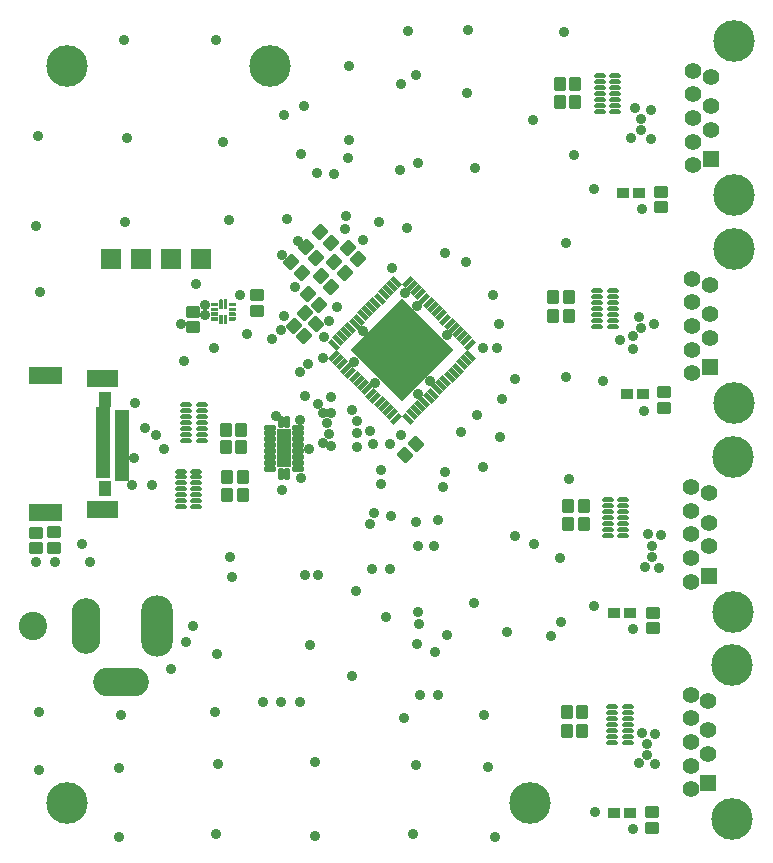
<source format=gts>
G04*
G04 #@! TF.GenerationSoftware,Altium Limited,Altium Designer,24.0.1 (36)*
G04*
G04 Layer_Color=8388736*
%FSLAX44Y44*%
%MOMM*%
G71*
G04*
G04 #@! TF.SameCoordinates,3B49473D-73B2-42EE-9F38-8EB038721B03*
G04*
G04*
G04 #@! TF.FilePolarity,Negative*
G04*
G01*
G75*
%ADD28R,1.1061X0.9582*%
%ADD30P,8.7727X4X180.0*%
G04:AMPARAMS|DCode=31|XSize=1.0632mm|YSize=0.4632mm|CornerRadius=0.1341mm|HoleSize=0mm|Usage=FLASHONLY|Rotation=135.000|XOffset=0mm|YOffset=0mm|HoleType=Round|Shape=RoundedRectangle|*
%AMROUNDEDRECTD31*
21,1,1.0632,0.1950,0,0,135.0*
21,1,0.7950,0.4632,0,0,135.0*
1,1,0.2682,-0.2121,0.3500*
1,1,0.2682,0.3500,-0.2121*
1,1,0.2682,0.2121,-0.3500*
1,1,0.2682,-0.3500,0.2121*
%
%ADD31ROUNDEDRECTD31*%
G04:AMPARAMS|DCode=32|XSize=0.4632mm|YSize=1.0632mm|CornerRadius=0.1341mm|HoleSize=0mm|Usage=FLASHONLY|Rotation=135.000|XOffset=0mm|YOffset=0mm|HoleType=Round|Shape=RoundedRectangle|*
%AMROUNDEDRECTD32*
21,1,0.4632,0.7950,0,0,135.0*
21,1,0.1950,1.0632,0,0,135.0*
1,1,0.2682,0.2121,0.3500*
1,1,0.2682,0.3500,0.2121*
1,1,0.2682,-0.2121,-0.3500*
1,1,0.2682,-0.3500,-0.2121*
%
%ADD32ROUNDEDRECTD32*%
%ADD33R,1.1532X0.4732*%
G04:AMPARAMS|DCode=34|XSize=1.2032mm|YSize=1.0232mm|CornerRadius=0.1426mm|HoleSize=0mm|Usage=FLASHONLY|Rotation=180.000|XOffset=0mm|YOffset=0mm|HoleType=Round|Shape=RoundedRectangle|*
%AMROUNDEDRECTD34*
21,1,1.2032,0.7380,0,0,180.0*
21,1,0.9180,1.0232,0,0,180.0*
1,1,0.2852,-0.4590,0.3690*
1,1,0.2852,0.4590,0.3690*
1,1,0.2852,0.4590,-0.3690*
1,1,0.2852,-0.4590,-0.3690*
%
%ADD34ROUNDEDRECTD34*%
G04:AMPARAMS|DCode=35|XSize=1.1532mm|YSize=1.0032mm|CornerRadius=0.1416mm|HoleSize=0mm|Usage=FLASHONLY|Rotation=45.000|XOffset=0mm|YOffset=0mm|HoleType=Round|Shape=RoundedRectangle|*
%AMROUNDEDRECTD35*
21,1,1.1532,0.7200,0,0,45.0*
21,1,0.8700,1.0032,0,0,45.0*
1,1,0.2832,0.5622,0.0530*
1,1,0.2832,-0.0530,-0.5622*
1,1,0.2832,-0.5622,-0.0530*
1,1,0.2832,0.0530,0.5622*
%
%ADD35ROUNDEDRECTD35*%
G04:AMPARAMS|DCode=36|XSize=0.9432mm|YSize=0.4232mm|CornerRadius=0.1082mm|HoleSize=0mm|Usage=FLASHONLY|Rotation=180.000|XOffset=0mm|YOffset=0mm|HoleType=Round|Shape=RoundedRectangle|*
%AMROUNDEDRECTD36*
21,1,0.9432,0.2068,0,0,180.0*
21,1,0.7268,0.4232,0,0,180.0*
1,1,0.2164,-0.3634,0.1034*
1,1,0.2164,0.3634,0.1034*
1,1,0.2164,0.3634,-0.1034*
1,1,0.2164,-0.3634,-0.1034*
%
%ADD36ROUNDEDRECTD36*%
G04:AMPARAMS|DCode=37|XSize=1.1532mm|YSize=1.0032mm|CornerRadius=0.1416mm|HoleSize=0mm|Usage=FLASHONLY|Rotation=135.000|XOffset=0mm|YOffset=0mm|HoleType=Round|Shape=RoundedRectangle|*
%AMROUNDEDRECTD37*
21,1,1.1532,0.7200,0,0,135.0*
21,1,0.8700,1.0032,0,0,135.0*
1,1,0.2832,-0.0530,0.5622*
1,1,0.2832,0.5622,-0.0530*
1,1,0.2832,0.0530,-0.5622*
1,1,0.2832,-0.5622,0.0530*
%
%ADD37ROUNDEDRECTD37*%
G04:AMPARAMS|DCode=38|XSize=1.0632mm|YSize=0.4732mm|CornerRadius=0.1691mm|HoleSize=0mm|Usage=FLASHONLY|Rotation=270.000|XOffset=0mm|YOffset=0mm|HoleType=Round|Shape=RoundedRectangle|*
%AMROUNDEDRECTD38*
21,1,1.0632,0.1350,0,0,270.0*
21,1,0.7250,0.4732,0,0,270.0*
1,1,0.3382,-0.0675,-0.3625*
1,1,0.3382,-0.0675,0.3625*
1,1,0.3382,0.0675,0.3625*
1,1,0.3382,0.0675,-0.3625*
%
%ADD38ROUNDEDRECTD38*%
G04:AMPARAMS|DCode=39|XSize=1.0632mm|YSize=0.4732mm|CornerRadius=0.1691mm|HoleSize=0mm|Usage=FLASHONLY|Rotation=0.000|XOffset=0mm|YOffset=0mm|HoleType=Round|Shape=RoundedRectangle|*
%AMROUNDEDRECTD39*
21,1,1.0632,0.1350,0,0,0.0*
21,1,0.7250,0.4732,0,0,0.0*
1,1,0.3382,0.3625,-0.0675*
1,1,0.3382,-0.3625,-0.0675*
1,1,0.3382,-0.3625,0.0675*
1,1,0.3382,0.3625,0.0675*
%
%ADD39ROUNDEDRECTD39*%
%ADD40R,1.2032X3.2032*%
G04:AMPARAMS|DCode=41|XSize=1.1532mm|YSize=1.0032mm|CornerRadius=0.1416mm|HoleSize=0mm|Usage=FLASHONLY|Rotation=180.000|XOffset=0mm|YOffset=0mm|HoleType=Round|Shape=RoundedRectangle|*
%AMROUNDEDRECTD41*
21,1,1.1532,0.7200,0,0,180.0*
21,1,0.8700,1.0032,0,0,180.0*
1,1,0.2832,-0.4350,0.3600*
1,1,0.2832,0.4350,0.3600*
1,1,0.2832,0.4350,-0.3600*
1,1,0.2832,-0.4350,-0.3600*
%
%ADD41ROUNDEDRECTD41*%
G04:AMPARAMS|DCode=42|XSize=1.2032mm|YSize=1.0232mm|CornerRadius=0.1426mm|HoleSize=0mm|Usage=FLASHONLY|Rotation=90.000|XOffset=0mm|YOffset=0mm|HoleType=Round|Shape=RoundedRectangle|*
%AMROUNDEDRECTD42*
21,1,1.2032,0.7380,0,0,90.0*
21,1,0.9180,1.0232,0,0,90.0*
1,1,0.2852,0.3690,0.4590*
1,1,0.2852,0.3690,-0.4590*
1,1,0.2852,-0.3690,-0.4590*
1,1,0.2852,-0.3690,0.4590*
%
%ADD42ROUNDEDRECTD42*%
%ADD43R,1.7032X1.7032*%
%ADD44C,3.5192*%
%ADD45C,0.7532*%
%ADD46C,0.9032*%
%ADD47R,1.4112X1.4112*%
%ADD48C,1.4112*%
%ADD49C,2.4032*%
%ADD50O,4.7032X2.4532*%
%ADD51O,2.4532X4.7032*%
%ADD52O,2.7032X5.2032*%
G36*
X442280Y969440D02*
X442300D01*
X442330Y969430D01*
X442350D01*
X442380Y969420D01*
X442400Y969410D01*
X442430Y969400D01*
X442450Y969380D01*
X442470Y969370D01*
X442490Y969350D01*
X442510Y969340D01*
X442530Y969320D01*
X442550Y969300D01*
X442570Y969280D01*
X442590Y969260D01*
X442600Y969240D01*
X442620Y969220D01*
X442630Y969200D01*
X442650Y969180D01*
X442660Y969150D01*
X442670Y969130D01*
X442680Y969100D01*
Y969080D01*
X442690Y969050D01*
Y969030D01*
X442700Y969000D01*
Y967000D01*
X442690Y966970D01*
Y966950D01*
X442680Y966920D01*
Y966900D01*
X442670Y966870D01*
X442660Y966850D01*
X442650Y966820D01*
X442630Y966800D01*
X442620Y966780D01*
X442600Y966760D01*
X442590Y966740D01*
X442570Y966720D01*
X442550Y966700D01*
X442530Y966680D01*
X442510Y966660D01*
X442490Y966650D01*
X442470Y966630D01*
X442450Y966620D01*
X442430Y966600D01*
X442400Y966590D01*
X442380Y966580D01*
X442350Y966570D01*
X442330D01*
X442300Y966560D01*
X442280D01*
X442250Y966550D01*
X437250D01*
X437220Y966560D01*
X437200D01*
X437170Y966570D01*
X437150D01*
X437120Y966580D01*
X437100Y966590D01*
X437070Y966600D01*
X437050Y966620D01*
X437030Y966630D01*
X437010Y966650D01*
X436990Y966660D01*
X436970Y966680D01*
X436950Y966700D01*
X436930Y966720D01*
X436910Y966740D01*
X436900Y966760D01*
X436880Y966780D01*
X436870Y966800D01*
X436850Y966820D01*
X436840Y966850D01*
X436830Y966870D01*
X436820Y966900D01*
Y966920D01*
X436810Y966950D01*
Y966970D01*
X436800Y967000D01*
Y969000D01*
X436810Y969030D01*
Y969050D01*
X436820Y969080D01*
Y969100D01*
X436830Y969130D01*
X436840Y969150D01*
X436850Y969180D01*
X436870Y969200D01*
X436880Y969220D01*
X436900Y969240D01*
X436910Y969260D01*
X436930Y969280D01*
X436950Y969300D01*
X436970Y969320D01*
X436990Y969340D01*
X437010Y969350D01*
X437030Y969370D01*
X437050Y969380D01*
X437070Y969400D01*
X437100Y969410D01*
X437120Y969420D01*
X437150Y969430D01*
X437170D01*
X437200Y969440D01*
X437220D01*
X437250Y969450D01*
X442250D01*
X442280Y969440D01*
D02*
G37*
G36*
X427280D02*
X427300D01*
X427330Y969430D01*
X427350D01*
X427380Y969420D01*
X427400Y969410D01*
X427430Y969400D01*
X427450Y969380D01*
X427470Y969370D01*
X427490Y969350D01*
X427510Y969340D01*
X427530Y969320D01*
X427550Y969300D01*
X427570Y969280D01*
X427590Y969260D01*
X427600Y969240D01*
X427620Y969220D01*
X427630Y969200D01*
X427650Y969180D01*
X427660Y969150D01*
X427670Y969130D01*
X427680Y969100D01*
Y969080D01*
X427690Y969050D01*
Y969030D01*
X427700Y969000D01*
Y967000D01*
X427690Y966970D01*
Y966950D01*
X427680Y966920D01*
Y966900D01*
X427670Y966870D01*
X427660Y966850D01*
X427650Y966820D01*
X427630Y966800D01*
X427620Y966780D01*
X427600Y966760D01*
X427590Y966740D01*
X427570Y966720D01*
X427550Y966700D01*
X427530Y966680D01*
X427510Y966660D01*
X427490Y966650D01*
X427470Y966630D01*
X427450Y966620D01*
X427430Y966600D01*
X427400Y966590D01*
X427380Y966580D01*
X427350Y966570D01*
X427330D01*
X427300Y966560D01*
X427280D01*
X427250Y966550D01*
X422250D01*
X422220Y966560D01*
X422200D01*
X422170Y966570D01*
X422150D01*
X422120Y966580D01*
X422100Y966590D01*
X422070Y966600D01*
X422050Y966620D01*
X422030Y966630D01*
X422010Y966650D01*
X421990Y966660D01*
X421970Y966680D01*
X421950Y966700D01*
X421930Y966720D01*
X421910Y966740D01*
X421900Y966760D01*
X421880Y966780D01*
X421870Y966800D01*
X421850Y966820D01*
X421840Y966850D01*
X421830Y966870D01*
X421820Y966900D01*
Y966920D01*
X421810Y966950D01*
Y966970D01*
X421800Y967000D01*
Y969000D01*
X421810Y969030D01*
Y969050D01*
X421820Y969080D01*
Y969100D01*
X421830Y969130D01*
X421840Y969150D01*
X421850Y969180D01*
X421870Y969200D01*
X421880Y969220D01*
X421900Y969240D01*
X421910Y969260D01*
X421930Y969280D01*
X421950Y969300D01*
X421970Y969320D01*
X421990Y969340D01*
X422010Y969350D01*
X422030Y969370D01*
X422050Y969380D01*
X422070Y969400D01*
X422100Y969410D01*
X422120Y969420D01*
X422150Y969430D01*
X422170D01*
X422200Y969440D01*
X422220D01*
X422250Y969450D01*
X427250D01*
X427280Y969440D01*
D02*
G37*
G36*
X435280Y972440D02*
X435300D01*
X435330Y972430D01*
X435350D01*
X435380Y972420D01*
X435400Y972410D01*
X435430Y972400D01*
X435450Y972380D01*
X435470Y972370D01*
X435490Y972350D01*
X435510Y972340D01*
X435530Y972320D01*
X435550Y972300D01*
X435570Y972280D01*
X435590Y972260D01*
X435600Y972240D01*
X435620Y972220D01*
X435630Y972200D01*
X435650Y972180D01*
X435660Y972150D01*
X435670Y972130D01*
X435680Y972100D01*
Y972080D01*
X435690Y972050D01*
Y972030D01*
X435700Y972000D01*
Y965000D01*
X435690Y964970D01*
Y964950D01*
X435680Y964920D01*
Y964900D01*
X435670Y964870D01*
X435660Y964850D01*
X435650Y964820D01*
X435630Y964800D01*
X435620Y964780D01*
X435600Y964760D01*
X435590Y964740D01*
X435570Y964720D01*
X435550Y964700D01*
X435530Y964680D01*
X435510Y964660D01*
X435490Y964650D01*
X435470Y964630D01*
X435450Y964620D01*
X435430Y964600D01*
X435400Y964590D01*
X435380Y964580D01*
X435350Y964570D01*
X435330D01*
X435300Y964560D01*
X435280D01*
X435250Y964550D01*
X433250D01*
X433220Y964560D01*
X433200D01*
X433170Y964570D01*
X433150D01*
X433120Y964580D01*
X433100Y964590D01*
X433070Y964600D01*
X433050Y964620D01*
X433030Y964630D01*
X433010Y964650D01*
X432990Y964660D01*
X432970Y964680D01*
X432950Y964700D01*
X432930Y964720D01*
X432910Y964740D01*
X432900Y964760D01*
X432880Y964780D01*
X432870Y964800D01*
X432850Y964820D01*
X432840Y964850D01*
X432830Y964870D01*
X432820Y964900D01*
Y964920D01*
X432810Y964950D01*
Y964970D01*
X432800Y965000D01*
Y972000D01*
X432810Y972030D01*
Y972050D01*
X432820Y972080D01*
Y972100D01*
X432830Y972130D01*
X432840Y972150D01*
X432850Y972180D01*
X432870Y972200D01*
X432880Y972220D01*
X432900Y972240D01*
X432910Y972260D01*
X432930Y972280D01*
X432950Y972300D01*
X432970Y972320D01*
X432990Y972340D01*
X433010Y972350D01*
X433030Y972370D01*
X433050Y972380D01*
X433070Y972400D01*
X433100Y972410D01*
X433120Y972420D01*
X433150Y972430D01*
X433170D01*
X433200Y972440D01*
X433220D01*
X433250Y972450D01*
X435250D01*
X435280Y972440D01*
D02*
G37*
G36*
X431280D02*
X431300D01*
X431330Y972430D01*
X431350D01*
X431380Y972420D01*
X431400Y972410D01*
X431430Y972400D01*
X431450Y972380D01*
X431470Y972370D01*
X431490Y972350D01*
X431510Y972340D01*
X431530Y972320D01*
X431550Y972300D01*
X431570Y972280D01*
X431590Y972260D01*
X431600Y972240D01*
X431620Y972220D01*
X431630Y972200D01*
X431650Y972180D01*
X431660Y972150D01*
X431670Y972130D01*
X431680Y972100D01*
Y972080D01*
X431690Y972050D01*
Y972030D01*
X431700Y972000D01*
Y965000D01*
X431690Y964970D01*
Y964950D01*
X431680Y964920D01*
Y964900D01*
X431670Y964870D01*
X431660Y964850D01*
X431650Y964820D01*
X431630Y964800D01*
X431620Y964780D01*
X431600Y964760D01*
X431590Y964740D01*
X431570Y964720D01*
X431550Y964700D01*
X431530Y964680D01*
X431510Y964660D01*
X431490Y964650D01*
X431470Y964630D01*
X431450Y964620D01*
X431430Y964600D01*
X431400Y964590D01*
X431380Y964580D01*
X431350Y964570D01*
X431330D01*
X431300Y964560D01*
X431280D01*
X431250Y964550D01*
X429250D01*
X429220Y964560D01*
X429200D01*
X429170Y964570D01*
X429150D01*
X429120Y964580D01*
X429100Y964590D01*
X429070Y964600D01*
X429050Y964620D01*
X429030Y964630D01*
X429010Y964650D01*
X428990Y964660D01*
X428970Y964680D01*
X428950Y964700D01*
X428930Y964720D01*
X428910Y964740D01*
X428900Y964760D01*
X428880Y964780D01*
X428870Y964800D01*
X428850Y964820D01*
X428840Y964850D01*
X428830Y964870D01*
X428820Y964900D01*
Y964920D01*
X428810Y964950D01*
Y964970D01*
X428800Y965000D01*
Y972000D01*
X428810Y972030D01*
Y972050D01*
X428820Y972080D01*
Y972100D01*
X428830Y972130D01*
X428840Y972150D01*
X428850Y972180D01*
X428870Y972200D01*
X428880Y972220D01*
X428900Y972240D01*
X428910Y972260D01*
X428930Y972280D01*
X428950Y972300D01*
X428970Y972320D01*
X428990Y972340D01*
X429010Y972350D01*
X429030Y972370D01*
X429050Y972380D01*
X429070Y972400D01*
X429100Y972410D01*
X429120Y972420D01*
X429150Y972430D01*
X429170D01*
X429200Y972440D01*
X429220D01*
X429250Y972450D01*
X431250D01*
X431280Y972440D01*
D02*
G37*
G36*
X442280Y965440D02*
X442300D01*
X442330Y965430D01*
X442350D01*
X442380Y965420D01*
X442400Y965410D01*
X442430Y965400D01*
X442450Y965380D01*
X442470Y965370D01*
X442490Y965350D01*
X442510Y965340D01*
X442530Y965320D01*
X442550Y965300D01*
X442570Y965280D01*
X442590Y965260D01*
X442600Y965240D01*
X442620Y965220D01*
X442630Y965200D01*
X442650Y965180D01*
X442660Y965150D01*
X442670Y965130D01*
X442680Y965100D01*
Y965080D01*
X442690Y965050D01*
Y965030D01*
X442700Y965000D01*
Y963000D01*
X442690Y962970D01*
Y962950D01*
X442680Y962920D01*
Y962900D01*
X442670Y962870D01*
X442660Y962850D01*
X442650Y962820D01*
X442630Y962800D01*
X442620Y962780D01*
X442600Y962760D01*
X442590Y962740D01*
X442570Y962720D01*
X442550Y962700D01*
X442530Y962680D01*
X442510Y962660D01*
X442490Y962650D01*
X442470Y962630D01*
X442450Y962620D01*
X442430Y962600D01*
X442400Y962590D01*
X442380Y962580D01*
X442350Y962570D01*
X442330D01*
X442300Y962560D01*
X442280D01*
X442250Y962550D01*
X437250D01*
X437220Y962560D01*
X437200D01*
X437170Y962570D01*
X437150D01*
X437120Y962580D01*
X437100Y962590D01*
X437070Y962600D01*
X437050Y962620D01*
X437030Y962630D01*
X437010Y962650D01*
X436990Y962660D01*
X436970Y962680D01*
X436950Y962700D01*
X436930Y962720D01*
X436910Y962740D01*
X436900Y962760D01*
X436880Y962780D01*
X436870Y962800D01*
X436850Y962820D01*
X436840Y962850D01*
X436830Y962870D01*
X436820Y962900D01*
Y962920D01*
X436810Y962950D01*
Y962970D01*
X436800Y963000D01*
Y965000D01*
X436810Y965030D01*
Y965050D01*
X436820Y965080D01*
Y965100D01*
X436830Y965130D01*
X436840Y965150D01*
X436850Y965180D01*
X436870Y965200D01*
X436880Y965220D01*
X436900Y965240D01*
X436910Y965260D01*
X436930Y965280D01*
X436950Y965300D01*
X436970Y965320D01*
X436990Y965340D01*
X437010Y965350D01*
X437030Y965370D01*
X437050Y965380D01*
X437070Y965400D01*
X437100Y965410D01*
X437120Y965420D01*
X437150Y965430D01*
X437170D01*
X437200Y965440D01*
X437220D01*
X437250Y965450D01*
X442250D01*
X442280Y965440D01*
D02*
G37*
G36*
X427280D02*
X427300D01*
X427330Y965430D01*
X427350D01*
X427380Y965420D01*
X427400Y965410D01*
X427430Y965400D01*
X427450Y965380D01*
X427470Y965370D01*
X427490Y965350D01*
X427510Y965340D01*
X427530Y965320D01*
X427550Y965300D01*
X427570Y965280D01*
X427590Y965260D01*
X427600Y965240D01*
X427620Y965220D01*
X427630Y965200D01*
X427650Y965180D01*
X427660Y965150D01*
X427670Y965130D01*
X427680Y965100D01*
Y965080D01*
X427690Y965050D01*
Y965030D01*
X427700Y965000D01*
Y963000D01*
X427690Y962970D01*
Y962950D01*
X427680Y962920D01*
Y962900D01*
X427670Y962870D01*
X427660Y962850D01*
X427650Y962820D01*
X427630Y962800D01*
X427620Y962780D01*
X427600Y962760D01*
X427590Y962740D01*
X427570Y962720D01*
X427550Y962700D01*
X427530Y962680D01*
X427510Y962660D01*
X427490Y962650D01*
X427470Y962630D01*
X427450Y962620D01*
X427430Y962600D01*
X427400Y962590D01*
X427380Y962580D01*
X427350Y962570D01*
X427330D01*
X427300Y962560D01*
X427280D01*
X427250Y962550D01*
X422250D01*
X422220Y962560D01*
X422200D01*
X422170Y962570D01*
X422150D01*
X422120Y962580D01*
X422100Y962590D01*
X422070Y962600D01*
X422050Y962620D01*
X422030Y962630D01*
X422010Y962650D01*
X421990Y962660D01*
X421970Y962680D01*
X421950Y962700D01*
X421930Y962720D01*
X421910Y962740D01*
X421900Y962760D01*
X421880Y962780D01*
X421870Y962800D01*
X421850Y962820D01*
X421840Y962850D01*
X421830Y962870D01*
X421820Y962900D01*
Y962920D01*
X421810Y962950D01*
Y962970D01*
X421800Y963000D01*
Y965000D01*
X421810Y965030D01*
Y965050D01*
X421820Y965080D01*
Y965100D01*
X421830Y965130D01*
X421840Y965150D01*
X421850Y965180D01*
X421870Y965200D01*
X421880Y965220D01*
X421900Y965240D01*
X421910Y965260D01*
X421930Y965280D01*
X421950Y965300D01*
X421970Y965320D01*
X421990Y965340D01*
X422010Y965350D01*
X422030Y965370D01*
X422050Y965380D01*
X422070Y965400D01*
X422100Y965410D01*
X422120Y965420D01*
X422150Y965430D01*
X422170D01*
X422200Y965440D01*
X422220D01*
X422250Y965450D01*
X427250D01*
X427280Y965440D01*
D02*
G37*
G36*
X442280Y961440D02*
X442300D01*
X442330Y961430D01*
X442350D01*
X442380Y961420D01*
X442400Y961410D01*
X442430Y961400D01*
X442450Y961380D01*
X442470Y961370D01*
X442490Y961350D01*
X442510Y961340D01*
X442530Y961320D01*
X442550Y961300D01*
X442570Y961280D01*
X442590Y961260D01*
X442600Y961240D01*
X442620Y961220D01*
X442630Y961200D01*
X442650Y961180D01*
X442660Y961150D01*
X442670Y961130D01*
X442680Y961100D01*
Y961080D01*
X442690Y961050D01*
Y961030D01*
X442700Y961000D01*
Y959000D01*
X442690Y958970D01*
Y958950D01*
X442680Y958920D01*
Y958900D01*
X442670Y958870D01*
X442660Y958850D01*
X442650Y958820D01*
X442630Y958800D01*
X442620Y958780D01*
X442600Y958760D01*
X442590Y958740D01*
X442570Y958720D01*
X442550Y958700D01*
X442530Y958680D01*
X442510Y958660D01*
X442490Y958650D01*
X442470Y958630D01*
X442450Y958620D01*
X442430Y958600D01*
X442400Y958590D01*
X442380Y958580D01*
X442350Y958570D01*
X442330D01*
X442300Y958560D01*
X442280D01*
X442250Y958550D01*
X437250D01*
X437220Y958560D01*
X437200D01*
X437170Y958570D01*
X437150D01*
X437120Y958580D01*
X437100Y958590D01*
X437070Y958600D01*
X437050Y958620D01*
X437030Y958630D01*
X437010Y958650D01*
X436990Y958660D01*
X436970Y958680D01*
X436950Y958700D01*
X436930Y958720D01*
X436910Y958740D01*
X436900Y958760D01*
X436880Y958780D01*
X436870Y958800D01*
X436850Y958820D01*
X436840Y958850D01*
X436830Y958870D01*
X436820Y958900D01*
Y958920D01*
X436810Y958950D01*
Y958970D01*
X436800Y959000D01*
Y961000D01*
X436810Y961030D01*
Y961050D01*
X436820Y961080D01*
Y961100D01*
X436830Y961130D01*
X436840Y961150D01*
X436850Y961180D01*
X436870Y961200D01*
X436880Y961220D01*
X436900Y961240D01*
X436910Y961260D01*
X436930Y961280D01*
X436950Y961300D01*
X436970Y961320D01*
X436990Y961340D01*
X437010Y961350D01*
X437030Y961370D01*
X437050Y961380D01*
X437070Y961400D01*
X437100Y961410D01*
X437120Y961420D01*
X437150Y961430D01*
X437170D01*
X437200Y961440D01*
X437220D01*
X437250Y961450D01*
X442250D01*
X442280Y961440D01*
D02*
G37*
G36*
X427280D02*
X427300D01*
X427330Y961430D01*
X427350D01*
X427380Y961420D01*
X427400Y961410D01*
X427430Y961400D01*
X427450Y961380D01*
X427470Y961370D01*
X427490Y961350D01*
X427510Y961340D01*
X427530Y961320D01*
X427550Y961300D01*
X427570Y961280D01*
X427590Y961260D01*
X427600Y961240D01*
X427620Y961220D01*
X427630Y961200D01*
X427650Y961180D01*
X427660Y961150D01*
X427670Y961130D01*
X427680Y961100D01*
Y961080D01*
X427690Y961050D01*
Y961030D01*
X427700Y961000D01*
Y959000D01*
X427690Y958970D01*
Y958950D01*
X427680Y958920D01*
Y958900D01*
X427670Y958870D01*
X427660Y958850D01*
X427650Y958820D01*
X427630Y958800D01*
X427620Y958780D01*
X427600Y958760D01*
X427590Y958740D01*
X427570Y958720D01*
X427550Y958700D01*
X427530Y958680D01*
X427510Y958660D01*
X427490Y958650D01*
X427470Y958630D01*
X427450Y958620D01*
X427430Y958600D01*
X427400Y958590D01*
X427380Y958580D01*
X427350Y958570D01*
X427330D01*
X427300Y958560D01*
X427280D01*
X427250Y958550D01*
X422250D01*
X422220Y958560D01*
X422200D01*
X422170Y958570D01*
X422150D01*
X422120Y958580D01*
X422100Y958590D01*
X422070Y958600D01*
X422050Y958620D01*
X422030Y958630D01*
X422010Y958650D01*
X421990Y958660D01*
X421970Y958680D01*
X421950Y958700D01*
X421930Y958720D01*
X421910Y958740D01*
X421900Y958760D01*
X421880Y958780D01*
X421870Y958800D01*
X421850Y958820D01*
X421840Y958850D01*
X421830Y958870D01*
X421820Y958900D01*
Y958920D01*
X421810Y958950D01*
Y958970D01*
X421800Y959000D01*
Y961000D01*
X421810Y961030D01*
Y961050D01*
X421820Y961080D01*
Y961100D01*
X421830Y961130D01*
X421840Y961150D01*
X421850Y961180D01*
X421870Y961200D01*
X421880Y961220D01*
X421900Y961240D01*
X421910Y961260D01*
X421930Y961280D01*
X421950Y961300D01*
X421970Y961320D01*
X421990Y961340D01*
X422010Y961350D01*
X422030Y961370D01*
X422050Y961380D01*
X422070Y961400D01*
X422100Y961410D01*
X422120Y961420D01*
X422150Y961430D01*
X422170D01*
X422200Y961440D01*
X422220D01*
X422250Y961450D01*
X427250D01*
X427280Y961440D01*
D02*
G37*
G36*
X442280Y957440D02*
X442300D01*
X442330Y957430D01*
X442350D01*
X442380Y957420D01*
X442400Y957410D01*
X442430Y957400D01*
X442450Y957380D01*
X442470Y957370D01*
X442490Y957350D01*
X442510Y957340D01*
X442530Y957320D01*
X442550Y957300D01*
X442570Y957280D01*
X442590Y957260D01*
X442600Y957240D01*
X442620Y957220D01*
X442630Y957200D01*
X442650Y957180D01*
X442660Y957150D01*
X442670Y957130D01*
X442680Y957100D01*
Y957080D01*
X442690Y957050D01*
Y957030D01*
X442700Y957000D01*
Y955000D01*
X442690Y954970D01*
Y954950D01*
X442680Y954920D01*
Y954900D01*
X442670Y954870D01*
X442660Y954850D01*
X442650Y954820D01*
X442630Y954800D01*
X442620Y954780D01*
X442600Y954760D01*
X442590Y954740D01*
X442570Y954720D01*
X442550Y954700D01*
X442530Y954680D01*
X442510Y954660D01*
X442490Y954650D01*
X442470Y954630D01*
X442450Y954620D01*
X442430Y954600D01*
X442400Y954590D01*
X442380Y954580D01*
X442350Y954570D01*
X442330D01*
X442300Y954560D01*
X442280D01*
X442250Y954550D01*
X437250D01*
X437220Y954560D01*
X437200D01*
X437170Y954570D01*
X437150D01*
X437120Y954580D01*
X437100Y954590D01*
X437070Y954600D01*
X437050Y954620D01*
X437030Y954630D01*
X437010Y954650D01*
X436990Y954660D01*
X436970Y954680D01*
X436950Y954700D01*
X436930Y954720D01*
X436910Y954740D01*
X436900Y954760D01*
X436880Y954780D01*
X436870Y954800D01*
X436850Y954820D01*
X436840Y954850D01*
X436830Y954870D01*
X436820Y954900D01*
Y954920D01*
X436810Y954950D01*
Y954970D01*
X436800Y955000D01*
Y957000D01*
X436810Y957030D01*
Y957050D01*
X436820Y957080D01*
Y957100D01*
X436830Y957130D01*
X436840Y957150D01*
X436850Y957180D01*
X436870Y957200D01*
X436880Y957220D01*
X436900Y957240D01*
X436910Y957260D01*
X436930Y957280D01*
X436950Y957300D01*
X436970Y957320D01*
X436990Y957340D01*
X437010Y957350D01*
X437030Y957370D01*
X437050Y957380D01*
X437070Y957400D01*
X437100Y957410D01*
X437120Y957420D01*
X437150Y957430D01*
X437170D01*
X437200Y957440D01*
X437220D01*
X437250Y957450D01*
X442250D01*
X442280Y957440D01*
D02*
G37*
G36*
X427280D02*
X427300D01*
X427330Y957430D01*
X427350D01*
X427380Y957420D01*
X427400Y957410D01*
X427430Y957400D01*
X427450Y957380D01*
X427470Y957370D01*
X427490Y957350D01*
X427510Y957340D01*
X427530Y957320D01*
X427550Y957300D01*
X427570Y957280D01*
X427590Y957260D01*
X427600Y957240D01*
X427620Y957220D01*
X427630Y957200D01*
X427650Y957180D01*
X427660Y957150D01*
X427670Y957130D01*
X427680Y957100D01*
Y957080D01*
X427690Y957050D01*
Y957030D01*
X427700Y957000D01*
Y955000D01*
X427690Y954970D01*
Y954950D01*
X427680Y954920D01*
Y954900D01*
X427670Y954870D01*
X427660Y954850D01*
X427650Y954820D01*
X427630Y954800D01*
X427620Y954780D01*
X427600Y954760D01*
X427590Y954740D01*
X427570Y954720D01*
X427550Y954700D01*
X427530Y954680D01*
X427510Y954660D01*
X427490Y954650D01*
X427470Y954630D01*
X427450Y954620D01*
X427430Y954600D01*
X427400Y954590D01*
X427380Y954580D01*
X427350Y954570D01*
X427330D01*
X427300Y954560D01*
X427280D01*
X427250Y954550D01*
X422250D01*
X422220Y954560D01*
X422200D01*
X422170Y954570D01*
X422150D01*
X422120Y954580D01*
X422100Y954590D01*
X422070Y954600D01*
X422050Y954620D01*
X422030Y954630D01*
X422010Y954650D01*
X421990Y954660D01*
X421970Y954680D01*
X421950Y954700D01*
X421930Y954720D01*
X421910Y954740D01*
X421900Y954760D01*
X421880Y954780D01*
X421870Y954800D01*
X421850Y954820D01*
X421840Y954850D01*
X421830Y954870D01*
X421820Y954900D01*
Y954920D01*
X421810Y954950D01*
Y954970D01*
X421800Y955000D01*
Y957000D01*
X421810Y957030D01*
Y957050D01*
X421820Y957080D01*
Y957100D01*
X421830Y957130D01*
X421840Y957150D01*
X421850Y957180D01*
X421870Y957200D01*
X421880Y957220D01*
X421900Y957240D01*
X421910Y957260D01*
X421930Y957280D01*
X421950Y957300D01*
X421970Y957320D01*
X421990Y957340D01*
X422010Y957350D01*
X422030Y957370D01*
X422050Y957380D01*
X422070Y957400D01*
X422100Y957410D01*
X422120Y957420D01*
X422150Y957430D01*
X422170D01*
X422200Y957440D01*
X422220D01*
X422250Y957450D01*
X427250D01*
X427280Y957440D01*
D02*
G37*
G36*
X435280Y959440D02*
X435300D01*
X435330Y959430D01*
X435350D01*
X435380Y959420D01*
X435400Y959410D01*
X435430Y959400D01*
X435450Y959380D01*
X435470Y959370D01*
X435490Y959350D01*
X435510Y959340D01*
X435530Y959320D01*
X435550Y959300D01*
X435570Y959280D01*
X435590Y959260D01*
X435600Y959240D01*
X435620Y959220D01*
X435630Y959200D01*
X435650Y959180D01*
X435660Y959150D01*
X435670Y959130D01*
X435680Y959100D01*
Y959080D01*
X435690Y959050D01*
Y959030D01*
X435700Y959000D01*
Y952000D01*
X435690Y951970D01*
Y951950D01*
X435680Y951920D01*
Y951900D01*
X435670Y951870D01*
X435660Y951850D01*
X435650Y951820D01*
X435630Y951800D01*
X435620Y951780D01*
X435600Y951760D01*
X435590Y951740D01*
X435570Y951720D01*
X435550Y951700D01*
X435530Y951680D01*
X435510Y951660D01*
X435490Y951650D01*
X435470Y951630D01*
X435450Y951620D01*
X435430Y951600D01*
X435400Y951590D01*
X435380Y951580D01*
X435350Y951570D01*
X435330D01*
X435300Y951560D01*
X435280D01*
X435250Y951550D01*
X433250D01*
X433220Y951560D01*
X433200D01*
X433170Y951570D01*
X433150D01*
X433120Y951580D01*
X433100Y951590D01*
X433070Y951600D01*
X433050Y951620D01*
X433030Y951630D01*
X433010Y951650D01*
X432990Y951660D01*
X432970Y951680D01*
X432950Y951700D01*
X432930Y951720D01*
X432910Y951740D01*
X432900Y951760D01*
X432880Y951780D01*
X432870Y951800D01*
X432850Y951820D01*
X432840Y951850D01*
X432830Y951870D01*
X432820Y951900D01*
Y951920D01*
X432810Y951950D01*
Y951970D01*
X432800Y952000D01*
Y959000D01*
X432810Y959030D01*
Y959050D01*
X432820Y959080D01*
Y959100D01*
X432830Y959130D01*
X432840Y959150D01*
X432850Y959180D01*
X432870Y959200D01*
X432880Y959220D01*
X432900Y959240D01*
X432910Y959260D01*
X432930Y959280D01*
X432950Y959300D01*
X432970Y959320D01*
X432990Y959340D01*
X433010Y959350D01*
X433030Y959370D01*
X433050Y959380D01*
X433070Y959400D01*
X433100Y959410D01*
X433120Y959420D01*
X433150Y959430D01*
X433170D01*
X433200Y959440D01*
X433220D01*
X433250Y959450D01*
X435250D01*
X435280Y959440D01*
D02*
G37*
G36*
X431280D02*
X431300D01*
X431330Y959430D01*
X431350D01*
X431380Y959420D01*
X431400Y959410D01*
X431430Y959400D01*
X431450Y959380D01*
X431470Y959370D01*
X431490Y959350D01*
X431510Y959340D01*
X431530Y959320D01*
X431550Y959300D01*
X431570Y959280D01*
X431590Y959260D01*
X431600Y959240D01*
X431620Y959220D01*
X431630Y959200D01*
X431650Y959180D01*
X431660Y959150D01*
X431670Y959130D01*
X431680Y959100D01*
Y959080D01*
X431690Y959050D01*
Y959030D01*
X431700Y959000D01*
Y952000D01*
X431690Y951970D01*
Y951950D01*
X431680Y951920D01*
Y951900D01*
X431670Y951870D01*
X431660Y951850D01*
X431650Y951820D01*
X431630Y951800D01*
X431620Y951780D01*
X431600Y951760D01*
X431590Y951740D01*
X431570Y951720D01*
X431550Y951700D01*
X431530Y951680D01*
X431510Y951660D01*
X431490Y951650D01*
X431470Y951630D01*
X431450Y951620D01*
X431430Y951600D01*
X431400Y951590D01*
X431380Y951580D01*
X431350Y951570D01*
X431330D01*
X431300Y951560D01*
X431280D01*
X431250Y951550D01*
X429250D01*
X429220Y951560D01*
X429200D01*
X429170Y951570D01*
X429150D01*
X429120Y951580D01*
X429100Y951590D01*
X429070Y951600D01*
X429050Y951620D01*
X429030Y951630D01*
X429010Y951650D01*
X428990Y951660D01*
X428970Y951680D01*
X428950Y951700D01*
X428930Y951720D01*
X428910Y951740D01*
X428900Y951760D01*
X428880Y951780D01*
X428870Y951800D01*
X428850Y951820D01*
X428840Y951850D01*
X428830Y951870D01*
X428820Y951900D01*
Y951920D01*
X428810Y951950D01*
Y951970D01*
X428800Y952000D01*
Y959000D01*
X428810Y959030D01*
Y959050D01*
X428820Y959080D01*
Y959100D01*
X428830Y959130D01*
X428840Y959150D01*
X428850Y959180D01*
X428870Y959200D01*
X428880Y959220D01*
X428900Y959240D01*
X428910Y959260D01*
X428930Y959280D01*
X428950Y959300D01*
X428970Y959320D01*
X428990Y959340D01*
X429010Y959350D01*
X429030Y959370D01*
X429050Y959380D01*
X429070Y959400D01*
X429100Y959410D01*
X429120Y959420D01*
X429150Y959430D01*
X429170D01*
X429200Y959440D01*
X429220D01*
X429250Y959450D01*
X431250D01*
X431280Y959440D01*
D02*
G37*
G36*
X295500Y900500D02*
X267454D01*
Y915549D01*
X295500D01*
Y900500D01*
D02*
G37*
G36*
X343000Y898500D02*
X316986D01*
Y912568D01*
X343000D01*
Y898500D01*
D02*
G37*
G36*
X337250Y881250D02*
X326747D01*
Y894288D01*
X337250D01*
Y881250D01*
D02*
G37*
G36*
Y805750D02*
X326745D01*
Y818705D01*
X337250D01*
Y805750D01*
D02*
G37*
G36*
X343000Y787500D02*
X316980D01*
Y801426D01*
X343000D01*
Y787500D01*
D02*
G37*
G36*
X295500Y784500D02*
X267397D01*
Y799416D01*
X295500D01*
Y784500D01*
D02*
G37*
D28*
X784000Y1062750D02*
D03*
X770478D02*
D03*
X776272Y538000D02*
D03*
X762750D02*
D03*
X776261Y707000D02*
D03*
X762739D02*
D03*
X787272Y892250D02*
D03*
X773750D02*
D03*
D30*
X583557Y929414D02*
D03*
D31*
X525680Y934257D02*
D03*
X529216Y937793D02*
D03*
X532751Y941328D02*
D03*
X536287Y944864D02*
D03*
X539822Y948399D02*
D03*
X543358Y951935D02*
D03*
X546893Y955470D02*
D03*
X550429Y959006D02*
D03*
X553964Y962542D02*
D03*
X557500Y966077D02*
D03*
X561035Y969613D02*
D03*
X564571Y973148D02*
D03*
X568107Y976684D02*
D03*
X571642Y980219D02*
D03*
X575178Y983755D02*
D03*
X578713Y987290D02*
D03*
X641434Y924570D02*
D03*
X637898Y921034D02*
D03*
X634362Y917499D02*
D03*
X630827Y913963D02*
D03*
X627291Y910428D02*
D03*
X623756Y906892D02*
D03*
X620220Y903357D02*
D03*
X616685Y899821D02*
D03*
X613149Y896286D02*
D03*
X609614Y892750D02*
D03*
X606078Y889214D02*
D03*
X602543Y885679D02*
D03*
X599007Y882143D02*
D03*
X595472Y878608D02*
D03*
X591936Y875072D02*
D03*
X588401Y871537D02*
D03*
D32*
X578713D02*
D03*
X575178Y875072D02*
D03*
X571642Y878608D02*
D03*
X568107Y882143D02*
D03*
X564571Y885679D02*
D03*
X561035Y889214D02*
D03*
X557500Y892750D02*
D03*
X553964Y896286D02*
D03*
X550429Y899821D02*
D03*
X546893Y903357D02*
D03*
X543358Y906892D02*
D03*
X539822Y910428D02*
D03*
X536287Y913963D02*
D03*
X532751Y917499D02*
D03*
X529216Y921034D02*
D03*
X525680Y924570D02*
D03*
X588401Y987290D02*
D03*
X591936Y983755D02*
D03*
X595472Y980219D02*
D03*
X599007Y976684D02*
D03*
X602543Y973148D02*
D03*
X606078Y969613D02*
D03*
X609614Y966077D02*
D03*
X613149Y962542D02*
D03*
X616685Y959006D02*
D03*
X620220Y955470D02*
D03*
X623756Y951935D02*
D03*
X627291Y948399D02*
D03*
X630827Y944864D02*
D03*
X634362Y941328D02*
D03*
X637898Y937793D02*
D03*
X641434Y934257D02*
D03*
D33*
X330250Y873750D02*
D03*
Y868750D02*
D03*
Y863750D02*
D03*
Y858750D02*
D03*
Y853750D02*
D03*
Y848750D02*
D03*
Y843750D02*
D03*
Y838750D02*
D03*
Y833750D02*
D03*
Y828750D02*
D03*
Y823750D02*
D03*
X346250Y821250D02*
D03*
Y826250D02*
D03*
Y831250D02*
D03*
Y836250D02*
D03*
Y841250D02*
D03*
Y846250D02*
D03*
Y851250D02*
D03*
Y856250D02*
D03*
Y861250D02*
D03*
Y866250D02*
D03*
Y871250D02*
D03*
Y876250D02*
D03*
X330250Y878750D02*
D03*
D34*
X406750Y949250D02*
D03*
Y962250D02*
D03*
X273750Y762000D02*
D03*
Y775000D02*
D03*
X802500Y1050750D02*
D03*
Y1063750D02*
D03*
X795000Y525250D02*
D03*
Y538250D02*
D03*
X795750Y694250D02*
D03*
Y707250D02*
D03*
X805250Y880750D02*
D03*
Y893750D02*
D03*
D35*
X546596Y1006404D02*
D03*
X537404Y1015596D02*
D03*
X514558Y991942D02*
D03*
X523750Y982750D02*
D03*
X503750Y977250D02*
D03*
X512942Y968058D02*
D03*
X514058Y1029692D02*
D03*
X523250Y1020500D02*
D03*
X501808Y1016942D02*
D03*
X511000Y1007750D02*
D03*
X525654Y1003846D02*
D03*
X534846Y994654D02*
D03*
X489808Y1004442D02*
D03*
X499000Y995250D02*
D03*
X501654Y961096D02*
D03*
X491654Y950346D02*
D03*
X500846Y941154D02*
D03*
D36*
X409500Y796750D02*
D03*
Y801750D02*
D03*
Y806750D02*
D03*
Y811750D02*
D03*
Y816750D02*
D03*
Y821750D02*
D03*
Y826750D02*
D03*
X396100D02*
D03*
Y821750D02*
D03*
Y816750D02*
D03*
Y811750D02*
D03*
Y806750D02*
D03*
Y801750D02*
D03*
Y796750D02*
D03*
X400684Y883000D02*
D03*
Y878000D02*
D03*
Y873000D02*
D03*
Y868000D02*
D03*
Y863000D02*
D03*
Y858000D02*
D03*
Y853000D02*
D03*
X414084D02*
D03*
Y858000D02*
D03*
Y863000D02*
D03*
Y868000D02*
D03*
Y873000D02*
D03*
Y878000D02*
D03*
Y883000D02*
D03*
X762150Y979250D02*
D03*
Y974250D02*
D03*
Y969250D02*
D03*
Y964250D02*
D03*
Y959250D02*
D03*
Y954250D02*
D03*
Y949250D02*
D03*
X748750D02*
D03*
Y954250D02*
D03*
Y959250D02*
D03*
Y964250D02*
D03*
Y969250D02*
D03*
Y974250D02*
D03*
Y979250D02*
D03*
X774450Y627250D02*
D03*
Y622250D02*
D03*
Y617250D02*
D03*
Y612250D02*
D03*
Y607250D02*
D03*
Y602250D02*
D03*
Y597250D02*
D03*
X761050D02*
D03*
Y602250D02*
D03*
Y607250D02*
D03*
Y612250D02*
D03*
Y617250D02*
D03*
Y622250D02*
D03*
Y627250D02*
D03*
X770900Y802500D02*
D03*
Y797500D02*
D03*
Y792500D02*
D03*
Y787500D02*
D03*
Y782500D02*
D03*
Y777500D02*
D03*
Y772500D02*
D03*
X757500D02*
D03*
Y777500D02*
D03*
Y782500D02*
D03*
Y787500D02*
D03*
Y792500D02*
D03*
Y797500D02*
D03*
Y802500D02*
D03*
X764250Y1161500D02*
D03*
Y1156500D02*
D03*
Y1151500D02*
D03*
Y1146500D02*
D03*
Y1141500D02*
D03*
Y1136500D02*
D03*
Y1131500D02*
D03*
X750850D02*
D03*
Y1136500D02*
D03*
Y1141500D02*
D03*
Y1146500D02*
D03*
Y1151500D02*
D03*
Y1156500D02*
D03*
Y1161500D02*
D03*
D37*
X595442Y850317D02*
D03*
X586250Y841125D02*
D03*
X510846Y951904D02*
D03*
D38*
X486000Y824650D02*
D03*
Y868350D02*
D03*
X481000D02*
D03*
Y824650D02*
D03*
D39*
X495350Y829000D02*
D03*
Y834000D02*
D03*
Y839000D02*
D03*
Y844000D02*
D03*
Y849000D02*
D03*
Y854000D02*
D03*
Y859000D02*
D03*
Y864000D02*
D03*
X471650D02*
D03*
Y859000D02*
D03*
Y854000D02*
D03*
Y849000D02*
D03*
Y844000D02*
D03*
Y839000D02*
D03*
Y834000D02*
D03*
Y829000D02*
D03*
D40*
X483500Y846500D02*
D03*
D41*
X289250Y762250D02*
D03*
Y775250D02*
D03*
X460500Y963000D02*
D03*
Y976000D02*
D03*
D42*
X724250Y782000D02*
D03*
X737250D02*
D03*
X434500Y862250D02*
D03*
X447500D02*
D03*
X717250Y1154750D02*
D03*
X730250D02*
D03*
X717250Y1139250D02*
D03*
X730250D02*
D03*
X435750Y807000D02*
D03*
X448750D02*
D03*
X435750Y822250D02*
D03*
X448750D02*
D03*
X434500Y847250D02*
D03*
X447500D02*
D03*
X723000Y607000D02*
D03*
X736000D02*
D03*
X711750Y958500D02*
D03*
X724750D02*
D03*
X723250Y623000D02*
D03*
X736250D02*
D03*
X724250Y797250D02*
D03*
X737250D02*
D03*
X711750Y974250D02*
D03*
X724750D02*
D03*
D43*
X387800Y1006750D02*
D03*
X413200D02*
D03*
X362400D02*
D03*
X337000D02*
D03*
D44*
X300000Y1170250D02*
D03*
X471750D02*
D03*
X691750Y545750D02*
D03*
X300000D02*
D03*
X863000Y532250D02*
D03*
Y663250D02*
D03*
X864750Y1060500D02*
D03*
Y1191500D02*
D03*
X863500Y708000D02*
D03*
Y839000D02*
D03*
X864250Y884500D02*
D03*
Y1015500D02*
D03*
D45*
X332000Y812250D02*
D03*
Y887750D02*
D03*
D46*
X330000Y794500D02*
D03*
Y905500D02*
D03*
X281500Y792000D02*
D03*
Y908000D02*
D03*
X679360Y772500D02*
D03*
X506000Y680250D02*
D03*
X724500Y820500D02*
D03*
X722250Y906750D02*
D03*
X722000Y1020000D02*
D03*
X645250Y1083750D02*
D03*
X484250Y856250D02*
D03*
Y836500D02*
D03*
X371957Y815250D02*
D03*
X583750Y929520D02*
D03*
X614000D02*
D03*
X565500Y816500D02*
D03*
Y828250D02*
D03*
X653000Y620500D02*
D03*
X345234Y620430D02*
D03*
X425250Y623500D02*
D03*
X427750Y579250D02*
D03*
X510000Y581000D02*
D03*
X595250Y578000D02*
D03*
X656250Y576500D02*
D03*
X662500Y517250D02*
D03*
X593000Y519750D02*
D03*
X510250Y518250D02*
D03*
X426250Y519500D02*
D03*
X344250Y517750D02*
D03*
X344000Y575500D02*
D03*
X276250Y574000D02*
D03*
Y622750D02*
D03*
X277149Y979053D02*
D03*
X437250Y1039500D02*
D03*
X349000Y1038000D02*
D03*
X273750Y1034250D02*
D03*
X275000Y1110500D02*
D03*
X350500Y1109500D02*
D03*
X432250Y1105500D02*
D03*
X348000Y1192000D02*
D03*
X425750Y1191750D02*
D03*
X694750Y1124500D02*
D03*
X588750Y1199750D02*
D03*
X638500Y1147500D02*
D03*
X639500Y1201000D02*
D03*
X728750Y1094500D02*
D03*
X721000Y1199250D02*
D03*
X424170Y931000D02*
D03*
X406500Y696156D02*
D03*
X796500Y951750D02*
D03*
X783750Y957750D02*
D03*
X516770Y851000D02*
D03*
X523701Y848750D02*
D03*
X521541Y858946D02*
D03*
X520332Y867864D02*
D03*
X541581Y878750D02*
D03*
X523313Y889750D02*
D03*
X512384Y884116D02*
D03*
X516974Y876374D02*
D03*
X523701Y876210D02*
D03*
X556726Y860694D02*
D03*
X496819Y870069D02*
D03*
X501000Y890890D02*
D03*
X652238Y830738D02*
D03*
X545713Y869249D02*
D03*
X600000Y915750D02*
D03*
X568000Y945000D02*
D03*
X601250Y944250D02*
D03*
X568750Y915980D02*
D03*
X555912Y932412D02*
D03*
X583750Y959500D02*
D03*
X583500Y899750D02*
D03*
X528583Y966158D02*
D03*
X521791Y953917D02*
D03*
X550084Y946145D02*
D03*
X543013Y919753D02*
D03*
X560691Y902075D02*
D03*
X596753Y892405D02*
D03*
X586147Y977965D02*
D03*
X596529Y967297D02*
D03*
X607360Y903012D02*
D03*
X621280Y942546D02*
D03*
X517525Y940296D02*
D03*
X717750Y699000D02*
D03*
X660338Y976338D02*
D03*
X356517Y838291D02*
D03*
X382218Y846172D02*
D03*
X375010Y857508D02*
D03*
X496770Y910750D02*
D03*
X481750Y811000D02*
D03*
X516250Y922928D02*
D03*
X417000Y959500D02*
D03*
X398626Y920717D02*
D03*
X365500Y864000D02*
D03*
X538750Y1169980D02*
D03*
X511500Y1079750D02*
D03*
X538750Y1107520D02*
D03*
X537750Y1092500D02*
D03*
X595250Y1162750D02*
D03*
X582500Y1154750D02*
D03*
X596770Y1088000D02*
D03*
X526169Y1078750D02*
D03*
X498000Y1095250D02*
D03*
X582000Y1082000D02*
D03*
X416750Y967670D02*
D03*
X396250Y951250D02*
D03*
X446250Y976250D02*
D03*
X408750Y985750D02*
D03*
X473750Y939000D02*
D03*
X481000Y946500D02*
D03*
X545722Y859463D02*
D03*
X504250Y917500D02*
D03*
X637610Y1004437D02*
D03*
X619730Y1011802D02*
D03*
X785864Y948114D02*
D03*
X779500Y941750D02*
D03*
X535766Y1043250D02*
D03*
X534829Y1032171D02*
D03*
X550777Y1022550D02*
D03*
X574750Y998750D02*
D03*
X665254Y951809D02*
D03*
X618500Y813750D02*
D03*
X312750Y765000D02*
D03*
X582750Y857750D02*
D03*
X558875Y850375D02*
D03*
X802730Y773250D02*
D03*
X779250Y930500D02*
D03*
X768250Y937750D02*
D03*
X786750Y1049250D02*
D03*
X788000Y878250D02*
D03*
X666793Y856043D02*
D03*
X619635Y826635D02*
D03*
X574000Y789500D02*
D03*
X560000Y791250D02*
D03*
X452480Y942838D02*
D03*
X483250Y958500D02*
D03*
X505088Y845548D02*
D03*
X497980Y821000D02*
D03*
X545250Y847250D02*
D03*
X573250Y849750D02*
D03*
X556250Y782750D02*
D03*
X483500Y1129000D02*
D03*
X500500Y1136250D02*
D03*
X587500Y1032750D02*
D03*
X564000Y1038000D02*
D03*
X485750Y1040750D02*
D03*
X753750Y903250D02*
D03*
X745989Y1065750D02*
D03*
X779500Y693250D02*
D03*
X745750Y712750D02*
D03*
X492500Y983000D02*
D03*
X495500Y1022000D02*
D03*
X482000Y1009750D02*
D03*
X611000Y763750D02*
D03*
X595000Y784270D02*
D03*
X596750Y764000D02*
D03*
X614000Y786000D02*
D03*
X273750Y750500D02*
D03*
X672750Y690500D02*
D03*
X695250Y765250D02*
D03*
X717250Y753500D02*
D03*
X710000Y687500D02*
D03*
X622000Y688500D02*
D03*
X611750Y674000D02*
D03*
X570250Y703250D02*
D03*
X596500Y680500D02*
D03*
X597500Y697750D02*
D03*
X597000Y707750D02*
D03*
X427213Y672537D02*
D03*
X388250Y659250D02*
D03*
X747250Y538250D02*
D03*
X779000Y523750D02*
D03*
X800750Y745500D02*
D03*
X789000Y746250D02*
D03*
X791750Y773750D02*
D03*
X795270Y764020D02*
D03*
X795141Y754575D02*
D03*
X777500Y1109000D02*
D03*
X794000Y1108000D02*
D03*
Y1133250D02*
D03*
X780500Y1134500D02*
D03*
X786250Y1125000D02*
D03*
Y1115864D02*
D03*
X667750Y887750D02*
D03*
X679250Y905000D02*
D03*
X633532Y860032D02*
D03*
X664250Y931250D02*
D03*
X651734Y931174D02*
D03*
X791000Y586750D02*
D03*
X791199Y595947D02*
D03*
X797750Y579000D02*
D03*
X783750Y579750D02*
D03*
X798000Y604250D02*
D03*
X786500Y605250D02*
D03*
X573000Y744250D02*
D03*
X646750Y874250D02*
D03*
X644770Y715101D02*
D03*
X319500Y750500D02*
D03*
X401000Y682500D02*
D03*
X481250Y632000D02*
D03*
X465500Y631500D02*
D03*
X496750Y631750D02*
D03*
X585250Y617750D02*
D03*
X613750Y637750D02*
D03*
X598750Y637250D02*
D03*
X540750Y653250D02*
D03*
X437750Y754000D02*
D03*
X439750Y737250D02*
D03*
X501750Y739250D02*
D03*
X512250D02*
D03*
X544250Y726000D02*
D03*
X558500Y744500D02*
D03*
X477000Y874140D02*
D03*
X289500Y750250D02*
D03*
X355241Y814957D02*
D03*
X357750Y884750D02*
D03*
D47*
X843000Y562750D02*
D03*
X844750Y1091000D02*
D03*
X843500Y738500D02*
D03*
X844250Y915000D02*
D03*
D48*
X843000Y587750D02*
D03*
Y607750D02*
D03*
Y632750D02*
D03*
X828000Y637750D02*
D03*
Y617750D02*
D03*
Y597750D02*
D03*
Y577750D02*
D03*
Y557750D02*
D03*
X844750Y1116000D02*
D03*
Y1136000D02*
D03*
Y1161000D02*
D03*
X829750Y1166000D02*
D03*
Y1146000D02*
D03*
Y1126000D02*
D03*
Y1106000D02*
D03*
Y1086000D02*
D03*
X843500Y763500D02*
D03*
Y783500D02*
D03*
Y808500D02*
D03*
X828500Y813500D02*
D03*
Y793500D02*
D03*
Y773500D02*
D03*
Y753500D02*
D03*
Y733500D02*
D03*
X844250Y940000D02*
D03*
Y960000D02*
D03*
Y985000D02*
D03*
X829250Y990000D02*
D03*
Y970000D02*
D03*
Y950000D02*
D03*
Y930000D02*
D03*
Y910000D02*
D03*
D49*
X270750Y695750D02*
D03*
D50*
X345750Y648750D02*
D03*
D51*
X315750Y695750D02*
D03*
D52*
X375750D02*
D03*
M02*

</source>
